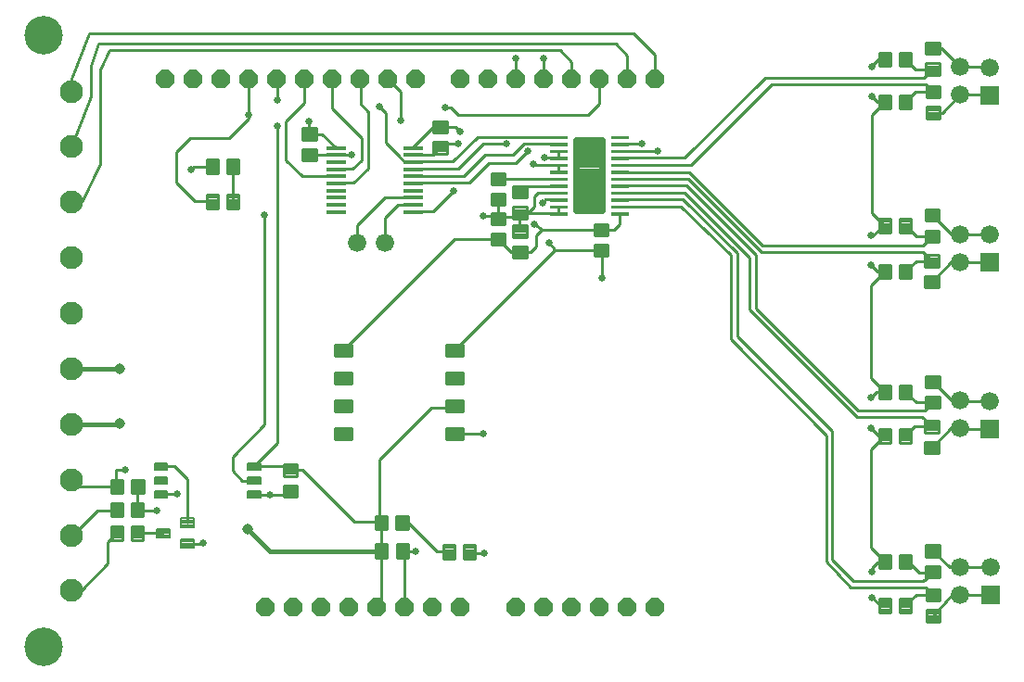
<source format=gtl>
G75*
%MOIN*%
%OFA0B0*%
%FSLAX25Y25*%
%IPPOS*%
%LPD*%
%AMOC8*
5,1,8,0,0,1.08239X$1,22.5*
%
%ADD10C,0.01024*%
%ADD11C,0.00236*%
%ADD12C,0.02362*%
%ADD13C,0.06600*%
%ADD14C,0.00945*%
%ADD15C,0.00630*%
%ADD16C,0.00787*%
%ADD17R,0.06600X0.06600*%
%ADD18C,0.08268*%
%ADD19C,0.13843*%
%ADD20OC8,0.06600*%
%ADD21C,0.01000*%
%ADD22C,0.02578*%
%ADD23C,0.01600*%
%ADD24C,0.03839*%
D10*
X0081429Y0080770D02*
X0085523Y0080770D01*
X0081429Y0080770D02*
X0081429Y0085652D01*
X0085523Y0085652D01*
X0085523Y0080770D01*
X0085523Y0081793D02*
X0081429Y0081793D01*
X0081429Y0082816D02*
X0085523Y0082816D01*
X0085523Y0083839D02*
X0081429Y0083839D01*
X0081429Y0084862D02*
X0085523Y0084862D01*
X0088910Y0080770D02*
X0093004Y0080770D01*
X0088910Y0080770D02*
X0088910Y0085652D01*
X0093004Y0085652D01*
X0093004Y0080770D01*
X0093004Y0081793D02*
X0088910Y0081793D01*
X0088910Y0082816D02*
X0093004Y0082816D01*
X0093004Y0083839D02*
X0088910Y0083839D01*
X0088910Y0084862D02*
X0093004Y0084862D01*
X0093004Y0089155D02*
X0088910Y0089155D01*
X0088910Y0094037D01*
X0093004Y0094037D01*
X0093004Y0089155D01*
X0093004Y0090178D02*
X0088910Y0090178D01*
X0088910Y0091201D02*
X0093004Y0091201D01*
X0093004Y0092224D02*
X0088910Y0092224D01*
X0088910Y0093247D02*
X0093004Y0093247D01*
X0093043Y0102443D02*
X0088949Y0102443D01*
X0093043Y0102443D02*
X0093043Y0097561D01*
X0088949Y0097561D01*
X0088949Y0102443D01*
X0088949Y0098584D02*
X0093043Y0098584D01*
X0093043Y0099607D02*
X0088949Y0099607D01*
X0088949Y0100630D02*
X0093043Y0100630D01*
X0093043Y0101653D02*
X0088949Y0101653D01*
X0085563Y0102443D02*
X0081469Y0102443D01*
X0085563Y0102443D02*
X0085563Y0097561D01*
X0081469Y0097561D01*
X0081469Y0102443D01*
X0081469Y0098584D02*
X0085563Y0098584D01*
X0085563Y0099607D02*
X0081469Y0099607D01*
X0081469Y0100630D02*
X0085563Y0100630D01*
X0085563Y0101653D02*
X0081469Y0101653D01*
X0081429Y0089155D02*
X0085523Y0089155D01*
X0081429Y0089155D02*
X0081429Y0094037D01*
X0085523Y0094037D01*
X0085523Y0089155D01*
X0085523Y0090178D02*
X0081429Y0090178D01*
X0081429Y0091201D02*
X0085523Y0091201D01*
X0085523Y0092224D02*
X0081429Y0092224D01*
X0081429Y0093247D02*
X0085523Y0093247D01*
X0143457Y0096282D02*
X0143457Y0100376D01*
X0148339Y0100376D01*
X0148339Y0096282D01*
X0143457Y0096282D01*
X0143457Y0097305D02*
X0148339Y0097305D01*
X0148339Y0098328D02*
X0143457Y0098328D01*
X0143457Y0099351D02*
X0148339Y0099351D01*
X0148339Y0100374D02*
X0143457Y0100374D01*
X0143457Y0103762D02*
X0143457Y0107856D01*
X0148339Y0107856D01*
X0148339Y0103762D01*
X0143457Y0103762D01*
X0143457Y0104785D02*
X0148339Y0104785D01*
X0148339Y0105808D02*
X0143457Y0105808D01*
X0143457Y0106831D02*
X0148339Y0106831D01*
X0148339Y0107854D02*
X0143457Y0107854D01*
X0176547Y0084510D02*
X0180641Y0084510D01*
X0176547Y0084510D02*
X0176547Y0089392D01*
X0180641Y0089392D01*
X0180641Y0084510D01*
X0180641Y0085533D02*
X0176547Y0085533D01*
X0176547Y0086556D02*
X0180641Y0086556D01*
X0180641Y0087579D02*
X0176547Y0087579D01*
X0176547Y0088602D02*
X0180641Y0088602D01*
X0184028Y0084510D02*
X0188122Y0084510D01*
X0184028Y0084510D02*
X0184028Y0089392D01*
X0188122Y0089392D01*
X0188122Y0084510D01*
X0188122Y0085533D02*
X0184028Y0085533D01*
X0184028Y0086556D02*
X0188122Y0086556D01*
X0188122Y0087579D02*
X0184028Y0087579D01*
X0184028Y0088602D02*
X0188122Y0088602D01*
X0188141Y0074254D02*
X0184047Y0074254D01*
X0184047Y0079136D01*
X0188141Y0079136D01*
X0188141Y0074254D01*
X0188141Y0075277D02*
X0184047Y0075277D01*
X0184047Y0076300D02*
X0188141Y0076300D01*
X0188141Y0077323D02*
X0184047Y0077323D01*
X0184047Y0078346D02*
X0188141Y0078346D01*
X0180661Y0074254D02*
X0176567Y0074254D01*
X0176567Y0079136D01*
X0180661Y0079136D01*
X0180661Y0074254D01*
X0180661Y0075277D02*
X0176567Y0075277D01*
X0176567Y0076300D02*
X0180661Y0076300D01*
X0180661Y0077323D02*
X0176567Y0077323D01*
X0176567Y0078346D02*
X0180661Y0078346D01*
X0200740Y0074037D02*
X0204834Y0074037D01*
X0200740Y0074037D02*
X0200740Y0078919D01*
X0204834Y0078919D01*
X0204834Y0074037D01*
X0204834Y0075060D02*
X0200740Y0075060D01*
X0200740Y0076083D02*
X0204834Y0076083D01*
X0204834Y0077106D02*
X0200740Y0077106D01*
X0200740Y0078129D02*
X0204834Y0078129D01*
X0208221Y0074037D02*
X0212315Y0074037D01*
X0208221Y0074037D02*
X0208221Y0078919D01*
X0212315Y0078919D01*
X0212315Y0074037D01*
X0212315Y0075060D02*
X0208221Y0075060D01*
X0208221Y0076083D02*
X0212315Y0076083D01*
X0212315Y0077106D02*
X0208221Y0077106D01*
X0208221Y0078129D02*
X0212315Y0078129D01*
X0357433Y0070494D02*
X0361527Y0070494D01*
X0357433Y0070494D02*
X0357433Y0075376D01*
X0361527Y0075376D01*
X0361527Y0070494D01*
X0361527Y0071517D02*
X0357433Y0071517D01*
X0357433Y0072540D02*
X0361527Y0072540D01*
X0361527Y0073563D02*
X0357433Y0073563D01*
X0357433Y0074586D02*
X0361527Y0074586D01*
X0364914Y0070494D02*
X0369008Y0070494D01*
X0364914Y0070494D02*
X0364914Y0075376D01*
X0369008Y0075376D01*
X0369008Y0070494D01*
X0369008Y0071517D02*
X0364914Y0071517D01*
X0364914Y0072540D02*
X0369008Y0072540D01*
X0369008Y0073563D02*
X0364914Y0073563D01*
X0364914Y0074586D02*
X0369008Y0074586D01*
X0379205Y0074687D02*
X0379205Y0078781D01*
X0379205Y0074687D02*
X0374323Y0074687D01*
X0374323Y0078781D01*
X0379205Y0078781D01*
X0379205Y0075710D02*
X0374323Y0075710D01*
X0374323Y0076733D02*
X0379205Y0076733D01*
X0379205Y0077756D02*
X0374323Y0077756D01*
X0374323Y0078779D02*
X0379205Y0078779D01*
X0379205Y0071301D02*
X0379205Y0067207D01*
X0374323Y0067207D01*
X0374323Y0071301D01*
X0379205Y0071301D01*
X0379205Y0068230D02*
X0374323Y0068230D01*
X0374323Y0069253D02*
X0379205Y0069253D01*
X0379205Y0070276D02*
X0374323Y0070276D01*
X0374323Y0071299D02*
X0379205Y0071299D01*
X0374402Y0062974D02*
X0374402Y0058880D01*
X0374402Y0062974D02*
X0379284Y0062974D01*
X0379284Y0058880D01*
X0374402Y0058880D01*
X0374402Y0059903D02*
X0379284Y0059903D01*
X0379284Y0060926D02*
X0374402Y0060926D01*
X0374402Y0061949D02*
X0379284Y0061949D01*
X0379284Y0062972D02*
X0374402Y0062972D01*
X0369008Y0059628D02*
X0364914Y0059628D01*
X0369008Y0059628D02*
X0369008Y0054746D01*
X0364914Y0054746D01*
X0364914Y0059628D01*
X0364914Y0055769D02*
X0369008Y0055769D01*
X0369008Y0056792D02*
X0364914Y0056792D01*
X0364914Y0057815D02*
X0369008Y0057815D01*
X0369008Y0058838D02*
X0364914Y0058838D01*
X0361527Y0059628D02*
X0357433Y0059628D01*
X0361527Y0059628D02*
X0361527Y0054746D01*
X0357433Y0054746D01*
X0357433Y0059628D01*
X0357433Y0055769D02*
X0361527Y0055769D01*
X0361527Y0056792D02*
X0357433Y0056792D01*
X0357433Y0057815D02*
X0361527Y0057815D01*
X0361527Y0058838D02*
X0357433Y0058838D01*
X0374402Y0055494D02*
X0374402Y0051400D01*
X0374402Y0055494D02*
X0379284Y0055494D01*
X0379284Y0051400D01*
X0374402Y0051400D01*
X0374402Y0052423D02*
X0379284Y0052423D01*
X0379284Y0053446D02*
X0374402Y0053446D01*
X0374402Y0054469D02*
X0379284Y0054469D01*
X0379284Y0055492D02*
X0374402Y0055492D01*
X0374008Y0111951D02*
X0374008Y0116045D01*
X0378890Y0116045D01*
X0378890Y0111951D01*
X0374008Y0111951D01*
X0374008Y0112974D02*
X0378890Y0112974D01*
X0378890Y0113997D02*
X0374008Y0113997D01*
X0374008Y0115020D02*
X0378890Y0115020D01*
X0378890Y0116043D02*
X0374008Y0116043D01*
X0374008Y0119431D02*
X0374008Y0123525D01*
X0378890Y0123525D01*
X0378890Y0119431D01*
X0374008Y0119431D01*
X0374008Y0120454D02*
X0378890Y0120454D01*
X0378890Y0121477D02*
X0374008Y0121477D01*
X0374008Y0122500D02*
X0378890Y0122500D01*
X0378890Y0123523D02*
X0374008Y0123523D01*
X0379205Y0128172D02*
X0379205Y0132266D01*
X0379205Y0128172D02*
X0374323Y0128172D01*
X0374323Y0132266D01*
X0379205Y0132266D01*
X0379205Y0129195D02*
X0374323Y0129195D01*
X0374323Y0130218D02*
X0379205Y0130218D01*
X0379205Y0131241D02*
X0374323Y0131241D01*
X0374323Y0132264D02*
X0379205Y0132264D01*
X0379205Y0135652D02*
X0379205Y0139746D01*
X0379205Y0135652D02*
X0374323Y0135652D01*
X0374323Y0139746D01*
X0379205Y0139746D01*
X0379205Y0136675D02*
X0374323Y0136675D01*
X0374323Y0137698D02*
X0379205Y0137698D01*
X0379205Y0138721D02*
X0374323Y0138721D01*
X0374323Y0139744D02*
X0379205Y0139744D01*
X0369008Y0131518D02*
X0364914Y0131518D01*
X0364914Y0136400D01*
X0369008Y0136400D01*
X0369008Y0131518D01*
X0369008Y0132541D02*
X0364914Y0132541D01*
X0364914Y0133564D02*
X0369008Y0133564D01*
X0369008Y0134587D02*
X0364914Y0134587D01*
X0364914Y0135610D02*
X0369008Y0135610D01*
X0361527Y0131518D02*
X0357433Y0131518D01*
X0357433Y0136400D01*
X0361527Y0136400D01*
X0361527Y0131518D01*
X0361527Y0132541D02*
X0357433Y0132541D01*
X0357433Y0133564D02*
X0361527Y0133564D01*
X0361527Y0134587D02*
X0357433Y0134587D01*
X0357433Y0135610D02*
X0361527Y0135610D01*
X0361527Y0120652D02*
X0357433Y0120652D01*
X0361527Y0120652D02*
X0361527Y0115770D01*
X0357433Y0115770D01*
X0357433Y0120652D01*
X0357433Y0116793D02*
X0361527Y0116793D01*
X0361527Y0117816D02*
X0357433Y0117816D01*
X0357433Y0118839D02*
X0361527Y0118839D01*
X0361527Y0119862D02*
X0357433Y0119862D01*
X0364914Y0120652D02*
X0369008Y0120652D01*
X0369008Y0115770D01*
X0364914Y0115770D01*
X0364914Y0120652D01*
X0364914Y0116793D02*
X0369008Y0116793D01*
X0369008Y0117816D02*
X0364914Y0117816D01*
X0364914Y0118839D02*
X0369008Y0118839D01*
X0369008Y0119862D02*
X0364914Y0119862D01*
X0374008Y0171557D02*
X0374008Y0175651D01*
X0378890Y0175651D01*
X0378890Y0171557D01*
X0374008Y0171557D01*
X0374008Y0172580D02*
X0378890Y0172580D01*
X0378890Y0173603D02*
X0374008Y0173603D01*
X0374008Y0174626D02*
X0378890Y0174626D01*
X0378890Y0175649D02*
X0374008Y0175649D01*
X0374008Y0179038D02*
X0374008Y0183132D01*
X0378890Y0183132D01*
X0378890Y0179038D01*
X0374008Y0179038D01*
X0374008Y0180061D02*
X0378890Y0180061D01*
X0378890Y0181084D02*
X0374008Y0181084D01*
X0374008Y0182107D02*
X0378890Y0182107D01*
X0378890Y0183130D02*
X0374008Y0183130D01*
X0379008Y0187994D02*
X0379008Y0192088D01*
X0379008Y0187994D02*
X0374126Y0187994D01*
X0374126Y0192088D01*
X0379008Y0192088D01*
X0379008Y0189017D02*
X0374126Y0189017D01*
X0374126Y0190040D02*
X0379008Y0190040D01*
X0379008Y0191063D02*
X0374126Y0191063D01*
X0374126Y0192086D02*
X0379008Y0192086D01*
X0379008Y0195475D02*
X0379008Y0199569D01*
X0379008Y0195475D02*
X0374126Y0195475D01*
X0374126Y0199569D01*
X0379008Y0199569D01*
X0379008Y0196498D02*
X0374126Y0196498D01*
X0374126Y0197521D02*
X0379008Y0197521D01*
X0379008Y0198544D02*
X0374126Y0198544D01*
X0374126Y0199567D02*
X0379008Y0199567D01*
X0369008Y0191360D02*
X0364914Y0191360D01*
X0364914Y0196242D01*
X0369008Y0196242D01*
X0369008Y0191360D01*
X0369008Y0192383D02*
X0364914Y0192383D01*
X0364914Y0193406D02*
X0369008Y0193406D01*
X0369008Y0194429D02*
X0364914Y0194429D01*
X0364914Y0195452D02*
X0369008Y0195452D01*
X0361527Y0191360D02*
X0357433Y0191360D01*
X0357433Y0196242D01*
X0361527Y0196242D01*
X0361527Y0191360D01*
X0361527Y0192383D02*
X0357433Y0192383D01*
X0357433Y0193406D02*
X0361527Y0193406D01*
X0361527Y0194429D02*
X0357433Y0194429D01*
X0357433Y0195452D02*
X0361527Y0195452D01*
X0361527Y0179707D02*
X0357433Y0179707D01*
X0361527Y0179707D02*
X0361527Y0174825D01*
X0357433Y0174825D01*
X0357433Y0179707D01*
X0357433Y0175848D02*
X0361527Y0175848D01*
X0361527Y0176871D02*
X0357433Y0176871D01*
X0357433Y0177894D02*
X0361527Y0177894D01*
X0361527Y0178917D02*
X0357433Y0178917D01*
X0364914Y0179707D02*
X0369008Y0179707D01*
X0369008Y0174825D01*
X0364914Y0174825D01*
X0364914Y0179707D01*
X0364914Y0175848D02*
X0369008Y0175848D01*
X0369008Y0176871D02*
X0364914Y0176871D01*
X0364914Y0177894D02*
X0369008Y0177894D01*
X0369008Y0178917D02*
X0364914Y0178917D01*
X0374402Y0232384D02*
X0374402Y0236478D01*
X0379284Y0236478D01*
X0379284Y0232384D01*
X0374402Y0232384D01*
X0374402Y0233407D02*
X0379284Y0233407D01*
X0379284Y0234430D02*
X0374402Y0234430D01*
X0374402Y0235453D02*
X0379284Y0235453D01*
X0379284Y0236476D02*
X0374402Y0236476D01*
X0374402Y0239864D02*
X0374402Y0243958D01*
X0379284Y0243958D01*
X0379284Y0239864D01*
X0374402Y0239864D01*
X0374402Y0240887D02*
X0379284Y0240887D01*
X0379284Y0241910D02*
X0374402Y0241910D01*
X0374402Y0242933D02*
X0379284Y0242933D01*
X0379284Y0243956D02*
X0374402Y0243956D01*
X0379205Y0248034D02*
X0379205Y0252128D01*
X0379205Y0248034D02*
X0374323Y0248034D01*
X0374323Y0252128D01*
X0379205Y0252128D01*
X0379205Y0249057D02*
X0374323Y0249057D01*
X0374323Y0250080D02*
X0379205Y0250080D01*
X0379205Y0251103D02*
X0374323Y0251103D01*
X0374323Y0252126D02*
X0379205Y0252126D01*
X0379205Y0255514D02*
X0379205Y0259608D01*
X0379205Y0255514D02*
X0374323Y0255514D01*
X0374323Y0259608D01*
X0379205Y0259608D01*
X0379205Y0256537D02*
X0374323Y0256537D01*
X0374323Y0257560D02*
X0379205Y0257560D01*
X0379205Y0258583D02*
X0374323Y0258583D01*
X0374323Y0259606D02*
X0379205Y0259606D01*
X0369008Y0251203D02*
X0364914Y0251203D01*
X0364914Y0256085D01*
X0369008Y0256085D01*
X0369008Y0251203D01*
X0369008Y0252226D02*
X0364914Y0252226D01*
X0364914Y0253249D02*
X0369008Y0253249D01*
X0369008Y0254272D02*
X0364914Y0254272D01*
X0364914Y0255295D02*
X0369008Y0255295D01*
X0361527Y0251203D02*
X0357433Y0251203D01*
X0357433Y0256085D01*
X0361527Y0256085D01*
X0361527Y0251203D01*
X0361527Y0252226D02*
X0357433Y0252226D01*
X0357433Y0253249D02*
X0361527Y0253249D01*
X0361527Y0254272D02*
X0357433Y0254272D01*
X0357433Y0255295D02*
X0361527Y0255295D01*
X0361527Y0240730D02*
X0357433Y0240730D01*
X0361527Y0240730D02*
X0361527Y0235848D01*
X0357433Y0235848D01*
X0357433Y0240730D01*
X0357433Y0236871D02*
X0361527Y0236871D01*
X0361527Y0237894D02*
X0357433Y0237894D01*
X0357433Y0238917D02*
X0361527Y0238917D01*
X0361527Y0239940D02*
X0357433Y0239940D01*
X0364914Y0240730D02*
X0369008Y0240730D01*
X0369008Y0235848D01*
X0364914Y0235848D01*
X0364914Y0240730D01*
X0364914Y0236871D02*
X0369008Y0236871D01*
X0369008Y0237894D02*
X0364914Y0237894D01*
X0364914Y0238917D02*
X0369008Y0238917D01*
X0369008Y0239940D02*
X0364914Y0239940D01*
X0259933Y0194391D02*
X0259933Y0190297D01*
X0255051Y0190297D01*
X0255051Y0194391D01*
X0259933Y0194391D01*
X0259933Y0191320D02*
X0255051Y0191320D01*
X0255051Y0192343D02*
X0259933Y0192343D01*
X0259933Y0193366D02*
X0255051Y0193366D01*
X0255051Y0194389D02*
X0259933Y0194389D01*
X0259933Y0186911D02*
X0259933Y0182817D01*
X0255051Y0182817D01*
X0255051Y0186911D01*
X0259933Y0186911D01*
X0259933Y0183840D02*
X0255051Y0183840D01*
X0255051Y0184863D02*
X0259933Y0184863D01*
X0259933Y0185886D02*
X0255051Y0185886D01*
X0255051Y0186909D02*
X0259933Y0186909D01*
X0225957Y0186360D02*
X0225957Y0182266D01*
X0225957Y0186360D02*
X0230839Y0186360D01*
X0230839Y0182266D01*
X0225957Y0182266D01*
X0225957Y0183289D02*
X0230839Y0183289D01*
X0230839Y0184312D02*
X0225957Y0184312D01*
X0225957Y0185335D02*
X0230839Y0185335D01*
X0230839Y0186358D02*
X0225957Y0186358D01*
X0225957Y0189746D02*
X0225957Y0193840D01*
X0230839Y0193840D01*
X0230839Y0189746D01*
X0225957Y0189746D01*
X0225957Y0190769D02*
X0230839Y0190769D01*
X0230839Y0191792D02*
X0225957Y0191792D01*
X0225957Y0192815D02*
X0230839Y0192815D01*
X0230839Y0193838D02*
X0225957Y0193838D01*
X0222925Y0194313D02*
X0222925Y0198407D01*
X0222925Y0194313D02*
X0218043Y0194313D01*
X0218043Y0198407D01*
X0222925Y0198407D01*
X0222925Y0195336D02*
X0218043Y0195336D01*
X0218043Y0196359D02*
X0222925Y0196359D01*
X0222925Y0197382D02*
X0218043Y0197382D01*
X0218043Y0198405D02*
X0222925Y0198405D01*
X0222925Y0201164D02*
X0222925Y0205258D01*
X0222925Y0201164D02*
X0218043Y0201164D01*
X0218043Y0205258D01*
X0222925Y0205258D01*
X0222925Y0202187D02*
X0218043Y0202187D01*
X0218043Y0203210D02*
X0222925Y0203210D01*
X0222925Y0204233D02*
X0218043Y0204233D01*
X0218043Y0205256D02*
X0222925Y0205256D01*
X0230799Y0203841D02*
X0230799Y0207935D01*
X0230799Y0203841D02*
X0225917Y0203841D01*
X0225917Y0207935D01*
X0230799Y0207935D01*
X0230799Y0204864D02*
X0225917Y0204864D01*
X0225917Y0205887D02*
X0230799Y0205887D01*
X0230799Y0206910D02*
X0225917Y0206910D01*
X0225917Y0207933D02*
X0230799Y0207933D01*
X0222925Y0208644D02*
X0222925Y0212738D01*
X0222925Y0208644D02*
X0218043Y0208644D01*
X0218043Y0212738D01*
X0222925Y0212738D01*
X0222925Y0209667D02*
X0218043Y0209667D01*
X0218043Y0210690D02*
X0222925Y0210690D01*
X0222925Y0211713D02*
X0218043Y0211713D01*
X0218043Y0212736D02*
X0222925Y0212736D01*
X0230799Y0200454D02*
X0230799Y0196360D01*
X0225917Y0196360D01*
X0225917Y0200454D01*
X0230799Y0200454D01*
X0230799Y0197383D02*
X0225917Y0197383D01*
X0225917Y0198406D02*
X0230799Y0198406D01*
X0230799Y0199429D02*
X0225917Y0199429D01*
X0225917Y0200452D02*
X0230799Y0200452D01*
X0222925Y0190927D02*
X0222925Y0186833D01*
X0218043Y0186833D01*
X0218043Y0190927D01*
X0222925Y0190927D01*
X0222925Y0187856D02*
X0218043Y0187856D01*
X0218043Y0188879D02*
X0222925Y0188879D01*
X0222925Y0189902D02*
X0218043Y0189902D01*
X0218043Y0190925D02*
X0222925Y0190925D01*
X0197236Y0219766D02*
X0197236Y0223860D01*
X0202118Y0223860D01*
X0202118Y0219766D01*
X0197236Y0219766D01*
X0197236Y0220789D02*
X0202118Y0220789D01*
X0202118Y0221812D02*
X0197236Y0221812D01*
X0197236Y0222835D02*
X0202118Y0222835D01*
X0202118Y0223858D02*
X0197236Y0223858D01*
X0197236Y0227246D02*
X0197236Y0231340D01*
X0202118Y0231340D01*
X0202118Y0227246D01*
X0197236Y0227246D01*
X0197236Y0228269D02*
X0202118Y0228269D01*
X0202118Y0229292D02*
X0197236Y0229292D01*
X0197236Y0230315D02*
X0202118Y0230315D01*
X0202118Y0231338D02*
X0197236Y0231338D01*
X0155189Y0228781D02*
X0155189Y0224687D01*
X0150307Y0224687D01*
X0150307Y0228781D01*
X0155189Y0228781D01*
X0155189Y0225710D02*
X0150307Y0225710D01*
X0150307Y0226733D02*
X0155189Y0226733D01*
X0155189Y0227756D02*
X0150307Y0227756D01*
X0150307Y0228779D02*
X0155189Y0228779D01*
X0155189Y0221301D02*
X0155189Y0217207D01*
X0150307Y0217207D01*
X0150307Y0221301D01*
X0155189Y0221301D01*
X0155189Y0218230D02*
X0150307Y0218230D01*
X0150307Y0219253D02*
X0155189Y0219253D01*
X0155189Y0220276D02*
X0150307Y0220276D01*
X0150307Y0221299D02*
X0155189Y0221299D01*
X0127275Y0212620D02*
X0123181Y0212620D01*
X0123181Y0217502D01*
X0127275Y0217502D01*
X0127275Y0212620D01*
X0127275Y0213643D02*
X0123181Y0213643D01*
X0123181Y0214666D02*
X0127275Y0214666D01*
X0127275Y0215689D02*
X0123181Y0215689D01*
X0123181Y0216712D02*
X0127275Y0216712D01*
X0119795Y0212620D02*
X0115701Y0212620D01*
X0115701Y0217502D01*
X0119795Y0217502D01*
X0119795Y0212620D01*
X0119795Y0213643D02*
X0115701Y0213643D01*
X0115701Y0214666D02*
X0119795Y0214666D01*
X0119795Y0215689D02*
X0115701Y0215689D01*
X0115701Y0216712D02*
X0119795Y0216712D01*
X0119795Y0200022D02*
X0115701Y0200022D01*
X0115701Y0204904D01*
X0119795Y0204904D01*
X0119795Y0200022D01*
X0119795Y0201045D02*
X0115701Y0201045D01*
X0115701Y0202068D02*
X0119795Y0202068D01*
X0119795Y0203091D02*
X0115701Y0203091D01*
X0115701Y0204114D02*
X0119795Y0204114D01*
X0123181Y0200022D02*
X0127275Y0200022D01*
X0123181Y0200022D02*
X0123181Y0204904D01*
X0127275Y0204904D01*
X0127275Y0200022D01*
X0127275Y0201045D02*
X0123181Y0201045D01*
X0123181Y0202068D02*
X0127275Y0202068D01*
X0127275Y0203091D02*
X0123181Y0203091D01*
X0123181Y0204114D02*
X0127275Y0204114D01*
D11*
X0165425Y0204470D02*
X0165425Y0203526D01*
X0158771Y0203526D01*
X0158771Y0204470D01*
X0165425Y0204470D01*
X0165425Y0203761D02*
X0158771Y0203761D01*
X0158771Y0203996D02*
X0165425Y0203996D01*
X0165425Y0204231D02*
X0158771Y0204231D01*
X0158771Y0204466D02*
X0165425Y0204466D01*
X0165425Y0206085D02*
X0165425Y0207029D01*
X0165425Y0206085D02*
X0158771Y0206085D01*
X0158771Y0207029D01*
X0165425Y0207029D01*
X0165425Y0206320D02*
X0158771Y0206320D01*
X0158771Y0206555D02*
X0165425Y0206555D01*
X0165425Y0206790D02*
X0158771Y0206790D01*
X0158771Y0207025D02*
X0165425Y0207025D01*
X0165425Y0208644D02*
X0165425Y0209588D01*
X0165425Y0208644D02*
X0158771Y0208644D01*
X0158771Y0209588D01*
X0165425Y0209588D01*
X0165425Y0208879D02*
X0158771Y0208879D01*
X0158771Y0209114D02*
X0165425Y0209114D01*
X0165425Y0209349D02*
X0158771Y0209349D01*
X0158771Y0209584D02*
X0165425Y0209584D01*
X0165425Y0211203D02*
X0165425Y0212147D01*
X0165425Y0211203D02*
X0158771Y0211203D01*
X0158771Y0212147D01*
X0165425Y0212147D01*
X0165425Y0211438D02*
X0158771Y0211438D01*
X0158771Y0211673D02*
X0165425Y0211673D01*
X0165425Y0211908D02*
X0158771Y0211908D01*
X0158771Y0212143D02*
X0165425Y0212143D01*
X0165425Y0213762D02*
X0165425Y0214706D01*
X0165425Y0213762D02*
X0158771Y0213762D01*
X0158771Y0214706D01*
X0165425Y0214706D01*
X0165425Y0213997D02*
X0158771Y0213997D01*
X0158771Y0214232D02*
X0165425Y0214232D01*
X0165425Y0214467D02*
X0158771Y0214467D01*
X0158771Y0214702D02*
X0165425Y0214702D01*
X0165425Y0216321D02*
X0165425Y0217265D01*
X0165425Y0216321D02*
X0158771Y0216321D01*
X0158771Y0217265D01*
X0165425Y0217265D01*
X0165425Y0216556D02*
X0158771Y0216556D01*
X0158771Y0216791D02*
X0165425Y0216791D01*
X0165425Y0217026D02*
X0158771Y0217026D01*
X0158771Y0217261D02*
X0165425Y0217261D01*
X0165425Y0218880D02*
X0165425Y0219824D01*
X0165425Y0218880D02*
X0158771Y0218880D01*
X0158771Y0219824D01*
X0165425Y0219824D01*
X0165425Y0219115D02*
X0158771Y0219115D01*
X0158771Y0219350D02*
X0165425Y0219350D01*
X0165425Y0219585D02*
X0158771Y0219585D01*
X0158771Y0219820D02*
X0165425Y0219820D01*
X0165425Y0221439D02*
X0165425Y0222383D01*
X0165425Y0221439D02*
X0158771Y0221439D01*
X0158771Y0222383D01*
X0165425Y0222383D01*
X0165425Y0221674D02*
X0158771Y0221674D01*
X0158771Y0221909D02*
X0165425Y0221909D01*
X0165425Y0222144D02*
X0158771Y0222144D01*
X0158771Y0222379D02*
X0165425Y0222379D01*
X0193181Y0222383D02*
X0193181Y0221439D01*
X0186527Y0221439D01*
X0186527Y0222383D01*
X0193181Y0222383D01*
X0193181Y0221674D02*
X0186527Y0221674D01*
X0186527Y0221909D02*
X0193181Y0221909D01*
X0193181Y0222144D02*
X0186527Y0222144D01*
X0186527Y0222379D02*
X0193181Y0222379D01*
X0193181Y0219824D02*
X0193181Y0218880D01*
X0186527Y0218880D01*
X0186527Y0219824D01*
X0193181Y0219824D01*
X0193181Y0219115D02*
X0186527Y0219115D01*
X0186527Y0219350D02*
X0193181Y0219350D01*
X0193181Y0219585D02*
X0186527Y0219585D01*
X0186527Y0219820D02*
X0193181Y0219820D01*
X0193181Y0217265D02*
X0193181Y0216321D01*
X0186527Y0216321D01*
X0186527Y0217265D01*
X0193181Y0217265D01*
X0193181Y0216556D02*
X0186527Y0216556D01*
X0186527Y0216791D02*
X0193181Y0216791D01*
X0193181Y0217026D02*
X0186527Y0217026D01*
X0186527Y0217261D02*
X0193181Y0217261D01*
X0193181Y0214706D02*
X0193181Y0213762D01*
X0186527Y0213762D01*
X0186527Y0214706D01*
X0193181Y0214706D01*
X0193181Y0213997D02*
X0186527Y0213997D01*
X0186527Y0214232D02*
X0193181Y0214232D01*
X0193181Y0214467D02*
X0186527Y0214467D01*
X0186527Y0214702D02*
X0193181Y0214702D01*
X0193181Y0212147D02*
X0193181Y0211203D01*
X0186527Y0211203D01*
X0186527Y0212147D01*
X0193181Y0212147D01*
X0193181Y0211438D02*
X0186527Y0211438D01*
X0186527Y0211673D02*
X0193181Y0211673D01*
X0193181Y0211908D02*
X0186527Y0211908D01*
X0186527Y0212143D02*
X0193181Y0212143D01*
X0193181Y0209588D02*
X0193181Y0208644D01*
X0186527Y0208644D01*
X0186527Y0209588D01*
X0193181Y0209588D01*
X0193181Y0208879D02*
X0186527Y0208879D01*
X0186527Y0209114D02*
X0193181Y0209114D01*
X0193181Y0209349D02*
X0186527Y0209349D01*
X0186527Y0209584D02*
X0193181Y0209584D01*
X0193181Y0207029D02*
X0193181Y0206085D01*
X0186527Y0206085D01*
X0186527Y0207029D01*
X0193181Y0207029D01*
X0193181Y0206320D02*
X0186527Y0206320D01*
X0186527Y0206555D02*
X0193181Y0206555D01*
X0193181Y0206790D02*
X0186527Y0206790D01*
X0186527Y0207025D02*
X0193181Y0207025D01*
X0193181Y0204470D02*
X0193181Y0203526D01*
X0186527Y0203526D01*
X0186527Y0204470D01*
X0193181Y0204470D01*
X0193181Y0203761D02*
X0186527Y0203761D01*
X0186527Y0203996D02*
X0193181Y0203996D01*
X0193181Y0204231D02*
X0186527Y0204231D01*
X0186527Y0204466D02*
X0193181Y0204466D01*
X0193181Y0201911D02*
X0193181Y0200967D01*
X0186527Y0200967D01*
X0186527Y0201911D01*
X0193181Y0201911D01*
X0193181Y0201202D02*
X0186527Y0201202D01*
X0186527Y0201437D02*
X0193181Y0201437D01*
X0193181Y0201672D02*
X0186527Y0201672D01*
X0186527Y0201907D02*
X0193181Y0201907D01*
X0193181Y0199352D02*
X0193181Y0198408D01*
X0186527Y0198408D01*
X0186527Y0199352D01*
X0193181Y0199352D01*
X0193181Y0198643D02*
X0186527Y0198643D01*
X0186527Y0198878D02*
X0193181Y0198878D01*
X0193181Y0199113D02*
X0186527Y0199113D01*
X0186527Y0199348D02*
X0193181Y0199348D01*
X0165425Y0199352D02*
X0165425Y0198408D01*
X0158771Y0198408D01*
X0158771Y0199352D01*
X0165425Y0199352D01*
X0165425Y0198643D02*
X0158771Y0198643D01*
X0158771Y0198878D02*
X0165425Y0198878D01*
X0165425Y0199113D02*
X0158771Y0199113D01*
X0158771Y0199348D02*
X0165425Y0199348D01*
X0165425Y0200967D02*
X0165425Y0201911D01*
X0165425Y0200967D02*
X0158771Y0200967D01*
X0158771Y0201911D01*
X0165425Y0201911D01*
X0165425Y0201202D02*
X0158771Y0201202D01*
X0158771Y0201437D02*
X0165425Y0201437D01*
X0165425Y0201672D02*
X0158771Y0201672D01*
X0158771Y0201907D02*
X0165425Y0201907D01*
X0239185Y0202650D02*
X0239185Y0203594D01*
X0245051Y0203594D01*
X0245051Y0202650D01*
X0239185Y0202650D01*
X0239185Y0202885D02*
X0245051Y0202885D01*
X0245051Y0203120D02*
X0239185Y0203120D01*
X0239185Y0203355D02*
X0245051Y0203355D01*
X0245051Y0203590D02*
X0239185Y0203590D01*
X0239185Y0205150D02*
X0239185Y0206094D01*
X0245051Y0206094D01*
X0245051Y0205150D01*
X0239185Y0205150D01*
X0239185Y0205385D02*
X0245051Y0205385D01*
X0245051Y0205620D02*
X0239185Y0205620D01*
X0239185Y0205855D02*
X0245051Y0205855D01*
X0245051Y0206090D02*
X0239185Y0206090D01*
X0239185Y0207650D02*
X0239185Y0208594D01*
X0245051Y0208594D01*
X0245051Y0207650D01*
X0239185Y0207650D01*
X0239185Y0207885D02*
X0245051Y0207885D01*
X0245051Y0208120D02*
X0239185Y0208120D01*
X0239185Y0208355D02*
X0245051Y0208355D01*
X0245051Y0208590D02*
X0239185Y0208590D01*
X0239185Y0210150D02*
X0239185Y0211094D01*
X0245051Y0211094D01*
X0245051Y0210150D01*
X0239185Y0210150D01*
X0239185Y0210385D02*
X0245051Y0210385D01*
X0245051Y0210620D02*
X0239185Y0210620D01*
X0239185Y0210855D02*
X0245051Y0210855D01*
X0245051Y0211090D02*
X0239185Y0211090D01*
X0239185Y0212650D02*
X0239185Y0213594D01*
X0245051Y0213594D01*
X0245051Y0212650D01*
X0239185Y0212650D01*
X0239185Y0212885D02*
X0245051Y0212885D01*
X0245051Y0213120D02*
X0239185Y0213120D01*
X0239185Y0213355D02*
X0245051Y0213355D01*
X0245051Y0213590D02*
X0239185Y0213590D01*
X0239185Y0215150D02*
X0239185Y0216094D01*
X0245051Y0216094D01*
X0245051Y0215150D01*
X0239185Y0215150D01*
X0239185Y0215385D02*
X0245051Y0215385D01*
X0245051Y0215620D02*
X0239185Y0215620D01*
X0239185Y0215855D02*
X0245051Y0215855D01*
X0245051Y0216090D02*
X0239185Y0216090D01*
X0239185Y0217650D02*
X0239185Y0218594D01*
X0245051Y0218594D01*
X0245051Y0217650D01*
X0239185Y0217650D01*
X0239185Y0217885D02*
X0245051Y0217885D01*
X0245051Y0218120D02*
X0239185Y0218120D01*
X0239185Y0218355D02*
X0245051Y0218355D01*
X0245051Y0218590D02*
X0239185Y0218590D01*
X0239185Y0220150D02*
X0239185Y0221094D01*
X0245051Y0221094D01*
X0245051Y0220150D01*
X0239185Y0220150D01*
X0239185Y0220385D02*
X0245051Y0220385D01*
X0245051Y0220620D02*
X0239185Y0220620D01*
X0239185Y0220855D02*
X0245051Y0220855D01*
X0245051Y0221090D02*
X0239185Y0221090D01*
X0239185Y0222650D02*
X0239185Y0223594D01*
X0245051Y0223594D01*
X0245051Y0222650D01*
X0239185Y0222650D01*
X0239185Y0222885D02*
X0245051Y0222885D01*
X0245051Y0223120D02*
X0239185Y0223120D01*
X0239185Y0223355D02*
X0245051Y0223355D01*
X0245051Y0223590D02*
X0239185Y0223590D01*
X0239185Y0225150D02*
X0239185Y0226094D01*
X0245051Y0226094D01*
X0245051Y0225150D01*
X0239185Y0225150D01*
X0239185Y0225385D02*
X0245051Y0225385D01*
X0245051Y0225620D02*
X0239185Y0225620D01*
X0239185Y0225855D02*
X0245051Y0225855D01*
X0245051Y0226090D02*
X0239185Y0226090D01*
X0261232Y0226094D02*
X0261232Y0225150D01*
X0261232Y0226094D02*
X0267098Y0226094D01*
X0267098Y0225150D01*
X0261232Y0225150D01*
X0261232Y0225385D02*
X0267098Y0225385D01*
X0267098Y0225620D02*
X0261232Y0225620D01*
X0261232Y0225855D02*
X0267098Y0225855D01*
X0267098Y0226090D02*
X0261232Y0226090D01*
X0261232Y0223594D02*
X0261232Y0222650D01*
X0261232Y0223594D02*
X0267098Y0223594D01*
X0267098Y0222650D01*
X0261232Y0222650D01*
X0261232Y0222885D02*
X0267098Y0222885D01*
X0267098Y0223120D02*
X0261232Y0223120D01*
X0261232Y0223355D02*
X0267098Y0223355D01*
X0267098Y0223590D02*
X0261232Y0223590D01*
X0261232Y0221094D02*
X0261232Y0220150D01*
X0261232Y0221094D02*
X0267098Y0221094D01*
X0267098Y0220150D01*
X0261232Y0220150D01*
X0261232Y0220385D02*
X0267098Y0220385D01*
X0267098Y0220620D02*
X0261232Y0220620D01*
X0261232Y0220855D02*
X0267098Y0220855D01*
X0267098Y0221090D02*
X0261232Y0221090D01*
X0261232Y0218594D02*
X0261232Y0217650D01*
X0261232Y0218594D02*
X0267098Y0218594D01*
X0267098Y0217650D01*
X0261232Y0217650D01*
X0261232Y0217885D02*
X0267098Y0217885D01*
X0267098Y0218120D02*
X0261232Y0218120D01*
X0261232Y0218355D02*
X0267098Y0218355D01*
X0267098Y0218590D02*
X0261232Y0218590D01*
X0261232Y0216094D02*
X0261232Y0215150D01*
X0261232Y0216094D02*
X0267098Y0216094D01*
X0267098Y0215150D01*
X0261232Y0215150D01*
X0261232Y0215385D02*
X0267098Y0215385D01*
X0267098Y0215620D02*
X0261232Y0215620D01*
X0261232Y0215855D02*
X0267098Y0215855D01*
X0267098Y0216090D02*
X0261232Y0216090D01*
X0261232Y0213594D02*
X0261232Y0212650D01*
X0261232Y0213594D02*
X0267098Y0213594D01*
X0267098Y0212650D01*
X0261232Y0212650D01*
X0261232Y0212885D02*
X0267098Y0212885D01*
X0267098Y0213120D02*
X0261232Y0213120D01*
X0261232Y0213355D02*
X0267098Y0213355D01*
X0267098Y0213590D02*
X0261232Y0213590D01*
X0261232Y0211094D02*
X0261232Y0210150D01*
X0261232Y0211094D02*
X0267098Y0211094D01*
X0267098Y0210150D01*
X0261232Y0210150D01*
X0261232Y0210385D02*
X0267098Y0210385D01*
X0267098Y0210620D02*
X0261232Y0210620D01*
X0261232Y0210855D02*
X0267098Y0210855D01*
X0267098Y0211090D02*
X0261232Y0211090D01*
X0261232Y0208594D02*
X0261232Y0207650D01*
X0261232Y0208594D02*
X0267098Y0208594D01*
X0267098Y0207650D01*
X0261232Y0207650D01*
X0261232Y0207885D02*
X0267098Y0207885D01*
X0267098Y0208120D02*
X0261232Y0208120D01*
X0261232Y0208355D02*
X0267098Y0208355D01*
X0267098Y0208590D02*
X0261232Y0208590D01*
X0261232Y0206094D02*
X0261232Y0205150D01*
X0261232Y0206094D02*
X0267098Y0206094D01*
X0267098Y0205150D01*
X0261232Y0205150D01*
X0261232Y0205385D02*
X0267098Y0205385D01*
X0267098Y0205620D02*
X0261232Y0205620D01*
X0261232Y0205855D02*
X0267098Y0205855D01*
X0267098Y0206090D02*
X0261232Y0206090D01*
X0261232Y0203594D02*
X0261232Y0202650D01*
X0261232Y0203594D02*
X0267098Y0203594D01*
X0267098Y0202650D01*
X0261232Y0202650D01*
X0261232Y0202885D02*
X0267098Y0202885D01*
X0267098Y0203120D02*
X0261232Y0203120D01*
X0261232Y0203355D02*
X0267098Y0203355D01*
X0267098Y0203590D02*
X0261232Y0203590D01*
X0261232Y0201094D02*
X0261232Y0200150D01*
X0261232Y0201094D02*
X0267098Y0201094D01*
X0267098Y0200150D01*
X0261232Y0200150D01*
X0261232Y0200385D02*
X0267098Y0200385D01*
X0267098Y0200620D02*
X0261232Y0200620D01*
X0261232Y0200855D02*
X0267098Y0200855D01*
X0267098Y0201090D02*
X0261232Y0201090D01*
X0261232Y0198594D02*
X0261232Y0197650D01*
X0261232Y0198594D02*
X0267098Y0198594D01*
X0267098Y0197650D01*
X0261232Y0197650D01*
X0261232Y0197885D02*
X0267098Y0197885D01*
X0267098Y0198120D02*
X0261232Y0198120D01*
X0261232Y0198355D02*
X0267098Y0198355D01*
X0267098Y0198590D02*
X0261232Y0198590D01*
X0239185Y0198594D02*
X0239185Y0197650D01*
X0239185Y0198594D02*
X0245051Y0198594D01*
X0245051Y0197650D01*
X0239185Y0197650D01*
X0239185Y0197885D02*
X0245051Y0197885D01*
X0245051Y0198120D02*
X0239185Y0198120D01*
X0239185Y0198355D02*
X0245051Y0198355D01*
X0245051Y0198590D02*
X0239185Y0198590D01*
X0239185Y0200150D02*
X0239185Y0201094D01*
X0245051Y0201094D01*
X0245051Y0200150D01*
X0239185Y0200150D01*
X0239185Y0200385D02*
X0245051Y0200385D01*
X0245051Y0200620D02*
X0239185Y0200620D01*
X0239185Y0200855D02*
X0245051Y0200855D01*
X0245051Y0201090D02*
X0239185Y0201090D01*
D12*
X0248418Y0224470D02*
X0257866Y0224470D01*
X0257866Y0199274D01*
X0248418Y0199274D01*
X0248418Y0224470D01*
X0248418Y0201635D02*
X0257866Y0201635D01*
X0257866Y0203996D02*
X0248418Y0203996D01*
X0248418Y0206357D02*
X0257866Y0206357D01*
X0257866Y0208718D02*
X0248418Y0208718D01*
X0248418Y0211079D02*
X0257866Y0211079D01*
X0257866Y0213440D02*
X0248418Y0213440D01*
X0248418Y0215801D02*
X0257866Y0215801D01*
X0257866Y0218162D02*
X0248418Y0218162D01*
X0248418Y0220523D02*
X0257866Y0220523D01*
X0257866Y0222884D02*
X0248418Y0222884D01*
D13*
X0179697Y0187758D03*
X0169697Y0187758D03*
X0386567Y0190474D03*
X0386567Y0180474D03*
X0397177Y0190494D03*
X0386567Y0240868D03*
X0386567Y0250868D03*
X0397177Y0250671D03*
X0397177Y0130711D03*
X0386646Y0130789D03*
X0386646Y0120789D03*
X0386646Y0070789D03*
X0397571Y0070927D03*
X0386646Y0060789D03*
D14*
X0208024Y0117108D02*
X0208024Y0120888D01*
X0208024Y0117108D02*
X0201882Y0117108D01*
X0201882Y0120888D01*
X0208024Y0120888D01*
X0208024Y0118052D02*
X0201882Y0118052D01*
X0201882Y0118996D02*
X0208024Y0118996D01*
X0208024Y0119940D02*
X0201882Y0119940D01*
X0201882Y0120884D02*
X0208024Y0120884D01*
X0208024Y0127108D02*
X0208024Y0130888D01*
X0208024Y0127108D02*
X0201882Y0127108D01*
X0201882Y0130888D01*
X0208024Y0130888D01*
X0208024Y0128052D02*
X0201882Y0128052D01*
X0201882Y0128996D02*
X0208024Y0128996D01*
X0208024Y0129940D02*
X0201882Y0129940D01*
X0201882Y0130884D02*
X0208024Y0130884D01*
X0208024Y0137108D02*
X0208024Y0140888D01*
X0208024Y0137108D02*
X0201882Y0137108D01*
X0201882Y0140888D01*
X0208024Y0140888D01*
X0208024Y0138052D02*
X0201882Y0138052D01*
X0201882Y0138996D02*
X0208024Y0138996D01*
X0208024Y0139940D02*
X0201882Y0139940D01*
X0201882Y0140884D02*
X0208024Y0140884D01*
X0208024Y0147108D02*
X0208024Y0150888D01*
X0208024Y0147108D02*
X0201882Y0147108D01*
X0201882Y0150888D01*
X0208024Y0150888D01*
X0208024Y0148052D02*
X0201882Y0148052D01*
X0201882Y0148996D02*
X0208024Y0148996D01*
X0208024Y0149940D02*
X0201882Y0149940D01*
X0201882Y0150884D02*
X0208024Y0150884D01*
X0161882Y0150888D02*
X0161882Y0147108D01*
X0161882Y0150888D02*
X0168024Y0150888D01*
X0168024Y0147108D01*
X0161882Y0147108D01*
X0161882Y0148052D02*
X0168024Y0148052D01*
X0168024Y0148996D02*
X0161882Y0148996D01*
X0161882Y0149940D02*
X0168024Y0149940D01*
X0168024Y0150884D02*
X0161882Y0150884D01*
X0161882Y0140888D02*
X0161882Y0137108D01*
X0161882Y0140888D02*
X0168024Y0140888D01*
X0168024Y0137108D01*
X0161882Y0137108D01*
X0161882Y0138052D02*
X0168024Y0138052D01*
X0168024Y0138996D02*
X0161882Y0138996D01*
X0161882Y0139940D02*
X0168024Y0139940D01*
X0168024Y0140884D02*
X0161882Y0140884D01*
X0161882Y0130888D02*
X0161882Y0127108D01*
X0161882Y0130888D02*
X0168024Y0130888D01*
X0168024Y0127108D01*
X0161882Y0127108D01*
X0161882Y0128052D02*
X0168024Y0128052D01*
X0168024Y0128996D02*
X0161882Y0128996D01*
X0161882Y0129940D02*
X0168024Y0129940D01*
X0168024Y0130884D02*
X0161882Y0130884D01*
X0161882Y0120888D02*
X0161882Y0117108D01*
X0161882Y0120888D02*
X0168024Y0120888D01*
X0168024Y0117108D01*
X0161882Y0117108D01*
X0161882Y0118052D02*
X0168024Y0118052D01*
X0168024Y0118996D02*
X0161882Y0118996D01*
X0161882Y0119940D02*
X0168024Y0119940D01*
X0168024Y0120884D02*
X0161882Y0120884D01*
D15*
X0130622Y0108447D02*
X0130622Y0105927D01*
X0130622Y0108447D02*
X0135110Y0108447D01*
X0135110Y0105927D01*
X0130622Y0105927D01*
X0130622Y0106556D02*
X0135110Y0106556D01*
X0135110Y0107185D02*
X0130622Y0107185D01*
X0130622Y0107814D02*
X0135110Y0107814D01*
X0135110Y0108443D02*
X0130622Y0108443D01*
X0130622Y0103447D02*
X0130622Y0100927D01*
X0130622Y0103447D02*
X0135110Y0103447D01*
X0135110Y0100927D01*
X0130622Y0100927D01*
X0130622Y0101556D02*
X0135110Y0101556D01*
X0135110Y0102185D02*
X0130622Y0102185D01*
X0130622Y0102814D02*
X0135110Y0102814D01*
X0135110Y0103443D02*
X0130622Y0103443D01*
X0130622Y0098447D02*
X0130622Y0095927D01*
X0130622Y0098447D02*
X0135110Y0098447D01*
X0135110Y0095927D01*
X0130622Y0095927D01*
X0130622Y0096556D02*
X0135110Y0096556D01*
X0135110Y0097185D02*
X0130622Y0097185D01*
X0130622Y0097814D02*
X0135110Y0097814D01*
X0135110Y0098443D02*
X0130622Y0098443D01*
X0097158Y0098447D02*
X0097158Y0095927D01*
X0097158Y0098447D02*
X0101646Y0098447D01*
X0101646Y0095927D01*
X0097158Y0095927D01*
X0097158Y0096556D02*
X0101646Y0096556D01*
X0101646Y0097185D02*
X0097158Y0097185D01*
X0097158Y0097814D02*
X0101646Y0097814D01*
X0101646Y0098443D02*
X0097158Y0098443D01*
X0097158Y0100927D02*
X0097158Y0103447D01*
X0101646Y0103447D01*
X0101646Y0100927D01*
X0097158Y0100927D01*
X0097158Y0101556D02*
X0101646Y0101556D01*
X0101646Y0102185D02*
X0097158Y0102185D01*
X0097158Y0102814D02*
X0101646Y0102814D01*
X0101646Y0103443D02*
X0097158Y0103443D01*
X0097158Y0105927D02*
X0097158Y0108447D01*
X0101646Y0108447D01*
X0101646Y0105927D01*
X0097158Y0105927D01*
X0097158Y0106556D02*
X0101646Y0106556D01*
X0101646Y0107185D02*
X0097158Y0107185D01*
X0097158Y0107814D02*
X0101646Y0107814D01*
X0101646Y0108443D02*
X0097158Y0108443D01*
D16*
X0111095Y0088467D02*
X0111095Y0085317D01*
X0106369Y0085317D01*
X0106369Y0088467D01*
X0111095Y0088467D01*
X0111095Y0086103D02*
X0106369Y0086103D01*
X0106369Y0086889D02*
X0111095Y0086889D01*
X0111095Y0087675D02*
X0106369Y0087675D01*
X0106369Y0088461D02*
X0111095Y0088461D01*
X0102434Y0084727D02*
X0102434Y0081577D01*
X0097708Y0081577D01*
X0097708Y0084727D01*
X0102434Y0084727D01*
X0102434Y0082363D02*
X0097708Y0082363D01*
X0097708Y0083149D02*
X0102434Y0083149D01*
X0102434Y0083935D02*
X0097708Y0083935D01*
X0097708Y0084721D02*
X0102434Y0084721D01*
X0111095Y0080986D02*
X0111095Y0077836D01*
X0106369Y0077836D01*
X0106369Y0080986D01*
X0111095Y0080986D01*
X0111095Y0078622D02*
X0106369Y0078622D01*
X0106369Y0079408D02*
X0111095Y0079408D01*
X0111095Y0080194D02*
X0106369Y0080194D01*
X0106369Y0080980D02*
X0111095Y0080980D01*
D17*
X0397571Y0060927D03*
X0397177Y0120711D03*
X0397177Y0180494D03*
X0397177Y0240671D03*
D18*
X0067059Y0242069D03*
X0067059Y0222384D03*
X0067059Y0202384D03*
X0067059Y0182384D03*
X0067059Y0162384D03*
X0067059Y0142384D03*
X0067059Y0122384D03*
X0067059Y0102384D03*
X0067059Y0082384D03*
X0067059Y0062699D03*
D19*
X0057217Y0042384D03*
X0057217Y0262384D03*
D20*
X0101000Y0246557D03*
X0111000Y0246557D03*
X0121000Y0246557D03*
X0131000Y0246557D03*
X0141000Y0246557D03*
X0151000Y0246557D03*
X0161000Y0246557D03*
X0171000Y0246557D03*
X0181000Y0246557D03*
X0191000Y0246557D03*
X0207000Y0246557D03*
X0217000Y0246557D03*
X0227000Y0246557D03*
X0237000Y0246557D03*
X0247000Y0246557D03*
X0257000Y0246557D03*
X0267000Y0246557D03*
X0277000Y0246557D03*
X0277000Y0056557D03*
X0267000Y0056557D03*
X0257000Y0056557D03*
X0247000Y0056557D03*
X0237000Y0056557D03*
X0227000Y0056557D03*
X0207000Y0056557D03*
X0197000Y0056557D03*
X0187000Y0056557D03*
X0177000Y0056557D03*
X0167000Y0056557D03*
X0157000Y0056557D03*
X0147000Y0056557D03*
X0137000Y0056557D03*
D21*
X0114185Y0079411D02*
X0108732Y0079411D01*
X0114185Y0079411D02*
X0114402Y0079628D01*
X0108732Y0086892D02*
X0108732Y0102620D01*
X0104165Y0107187D01*
X0099402Y0107187D01*
X0090996Y0100002D02*
X0090957Y0099963D01*
X0090957Y0091596D01*
X0091114Y0091439D01*
X0097866Y0091439D01*
X0099402Y0097187D02*
X0105189Y0097187D01*
X0105346Y0097344D01*
X0100071Y0083152D02*
X0091016Y0083152D01*
X0090957Y0083211D01*
X0083476Y0083211D02*
X0080150Y0079884D01*
X0080150Y0072148D01*
X0070701Y0062699D01*
X0067059Y0062699D01*
X0067059Y0082384D02*
X0067551Y0082384D01*
X0076606Y0091439D01*
X0083319Y0091439D01*
X0083476Y0091596D01*
X0076606Y0091439D02*
X0076213Y0091439D01*
X0069441Y0100002D02*
X0083516Y0100002D01*
X0083299Y0100219D01*
X0083299Y0106006D01*
X0086449Y0106006D01*
X0069441Y0100002D02*
X0067059Y0102384D01*
X0125031Y0105612D02*
X0125031Y0110730D01*
X0136449Y0122148D01*
X0136449Y0197738D01*
X0125228Y0202463D02*
X0125228Y0215061D01*
X0117748Y0215061D02*
X0111252Y0215061D01*
X0110071Y0213880D01*
X0104953Y0209156D02*
X0104953Y0220278D01*
X0109972Y0225297D01*
X0123850Y0225297D01*
X0130937Y0232384D01*
X0130937Y0233565D01*
X0131000Y0233628D01*
X0131000Y0246557D01*
X0141000Y0246557D02*
X0141173Y0246384D01*
X0141173Y0239077D01*
X0144323Y0231203D02*
X0151016Y0237896D01*
X0151016Y0246541D01*
X0151000Y0246557D01*
X0160858Y0246415D02*
X0161000Y0246557D01*
X0160858Y0246415D02*
X0160858Y0235927D01*
X0171488Y0225297D01*
X0171488Y0217423D01*
X0168299Y0214234D01*
X0162098Y0214234D01*
X0162098Y0211675D02*
X0150071Y0211675D01*
X0144323Y0217423D01*
X0144323Y0231203D01*
X0141173Y0229628D02*
X0141173Y0115494D01*
X0132866Y0107187D01*
X0144520Y0107187D01*
X0145898Y0105809D01*
X0150356Y0105809D01*
X0168732Y0087433D01*
X0178112Y0087433D01*
X0177891Y0087654D01*
X0177891Y0107163D01*
X0177807Y0109569D01*
X0196685Y0128447D01*
X0204402Y0128447D01*
X0204953Y0128998D01*
X0204953Y0118998D02*
X0215189Y0118998D01*
X0204953Y0148998D02*
X0240543Y0184589D01*
X0240543Y0185770D01*
X0238811Y0187502D01*
X0240819Y0184864D02*
X0256921Y0184864D01*
X0257709Y0184077D01*
X0257709Y0174904D01*
X0257492Y0184864D02*
X0256921Y0184864D01*
X0257610Y0192226D02*
X0257492Y0192344D01*
X0236449Y0192344D01*
X0233693Y0194195D01*
X0236173Y0192344D02*
X0234087Y0190258D01*
X0234087Y0186321D01*
X0232079Y0184313D01*
X0228398Y0184313D01*
X0225051Y0184313D01*
X0220484Y0188880D01*
X0204835Y0188880D01*
X0164953Y0148998D01*
X0169697Y0187758D02*
X0169697Y0193978D01*
X0179717Y0203998D01*
X0189854Y0203998D01*
X0189854Y0201439D02*
X0184638Y0201439D01*
X0179697Y0196498D01*
X0179697Y0187758D01*
X0189854Y0198880D02*
X0197039Y0198880D01*
X0204559Y0206400D01*
X0210031Y0209116D02*
X0217157Y0216242D01*
X0227000Y0216242D01*
X0231331Y0220573D01*
X0229756Y0223329D02*
X0241911Y0223329D01*
X0242118Y0223122D01*
X0242118Y0220622D02*
X0242118Y0218122D01*
X0237095Y0218122D01*
X0237033Y0218184D01*
X0235100Y0215622D02*
X0242118Y0215622D01*
X0242118Y0213122D01*
X0242049Y0210691D02*
X0220484Y0210691D01*
X0228358Y0205888D02*
X0230445Y0207974D01*
X0241970Y0207974D01*
X0242118Y0208122D01*
X0242118Y0205622D02*
X0234884Y0205622D01*
X0233693Y0204431D01*
X0233693Y0200484D01*
X0231331Y0198122D01*
X0228644Y0198122D01*
X0228358Y0198407D01*
X0226902Y0196951D01*
X0220484Y0196951D01*
X0220484Y0196360D01*
X0219500Y0197344D01*
X0215189Y0197344D01*
X0220484Y0196951D02*
X0220484Y0203211D01*
X0228358Y0198407D02*
X0228358Y0191833D01*
X0228398Y0191793D01*
X0236173Y0192344D02*
X0236449Y0192344D01*
X0231331Y0198122D02*
X0242118Y0198122D01*
X0242118Y0200622D01*
X0242118Y0203122D02*
X0237502Y0203122D01*
X0236449Y0202069D01*
X0242118Y0210622D02*
X0242049Y0210691D01*
X0235100Y0215622D02*
X0233299Y0215848D01*
X0225819Y0219392D02*
X0229756Y0223329D01*
X0225819Y0219392D02*
X0215976Y0219392D01*
X0208260Y0211675D01*
X0189854Y0211675D01*
X0189854Y0209116D02*
X0210031Y0209116D01*
X0206094Y0214234D02*
X0215189Y0223329D01*
X0223430Y0223329D01*
X0223457Y0223302D01*
X0213220Y0225691D02*
X0242049Y0225691D01*
X0242118Y0225622D01*
X0252984Y0233565D02*
X0257000Y0237581D01*
X0257000Y0246557D01*
X0247000Y0246557D02*
X0247000Y0252541D01*
X0242748Y0256793D01*
X0080937Y0256793D01*
X0077394Y0250100D01*
X0077394Y0215848D01*
X0071016Y0202384D01*
X0067059Y0202384D01*
X0067059Y0222384D02*
X0074244Y0240199D01*
X0074244Y0251281D01*
X0077000Y0259156D01*
X0262827Y0259156D01*
X0267000Y0254982D01*
X0267000Y0246557D01*
X0277000Y0246557D02*
X0277000Y0255219D01*
X0269126Y0263093D01*
X0073457Y0263093D01*
X0067059Y0246459D01*
X0067059Y0242069D01*
X0104953Y0209156D02*
X0111646Y0202463D01*
X0117748Y0202463D01*
X0152748Y0219254D02*
X0152846Y0219352D01*
X0162098Y0219352D01*
X0167906Y0219352D01*
X0167945Y0219392D01*
X0162098Y0221911D02*
X0157276Y0226734D01*
X0152748Y0226734D01*
X0152591Y0226892D01*
X0152591Y0231203D01*
X0171094Y0237502D02*
X0171094Y0246463D01*
X0171000Y0246557D01*
X0181000Y0246557D02*
X0185661Y0241896D01*
X0185661Y0231596D01*
X0180150Y0234352D02*
X0180150Y0223722D01*
X0185309Y0218563D01*
X0185309Y0218375D01*
X0186892Y0216793D01*
X0189854Y0216793D01*
X0204323Y0216793D01*
X0213220Y0225691D01*
X0206921Y0227659D02*
X0205287Y0229293D01*
X0199677Y0229293D01*
X0197236Y0229293D01*
X0189854Y0221911D01*
X0189854Y0219352D02*
X0197217Y0219352D01*
X0199677Y0221813D01*
X0201193Y0223329D01*
X0206134Y0223329D01*
X0206921Y0227659D02*
X0206862Y0227719D01*
X0206134Y0233565D02*
X0252984Y0233565D01*
X0264165Y0223122D02*
X0264372Y0223329D01*
X0272276Y0223329D01*
X0277787Y0220573D02*
X0264215Y0220573D01*
X0264165Y0220622D01*
X0264165Y0218122D02*
X0287541Y0218122D01*
X0316370Y0246951D01*
X0373634Y0246951D01*
X0376764Y0250081D01*
X0370524Y0250081D01*
X0366961Y0253644D01*
X0359480Y0253644D02*
X0357315Y0253644D01*
X0354953Y0251281D01*
X0354953Y0250888D01*
X0366961Y0238289D02*
X0370583Y0241911D01*
X0376843Y0241911D01*
X0374165Y0244589D01*
X0318732Y0244589D01*
X0289766Y0215622D01*
X0264165Y0215622D01*
X0264165Y0213122D02*
X0264195Y0213093D01*
X0289205Y0213093D01*
X0315583Y0186715D01*
X0373240Y0186715D01*
X0376498Y0189972D01*
X0370789Y0189972D01*
X0366961Y0193801D01*
X0359480Y0193801D02*
X0359185Y0194096D01*
X0355346Y0190258D01*
X0354559Y0190258D01*
X0359185Y0194096D02*
X0354953Y0198329D01*
X0354953Y0233762D01*
X0359480Y0238289D01*
X0356921Y0238289D01*
X0354953Y0240258D01*
X0376843Y0234431D02*
X0380130Y0234431D01*
X0386567Y0240868D01*
X0396980Y0240868D01*
X0397177Y0240671D01*
X0397177Y0250671D02*
X0396980Y0250868D01*
X0386567Y0250868D01*
X0379874Y0257561D01*
X0376764Y0257561D01*
X0315189Y0184352D02*
X0288919Y0210622D01*
X0264165Y0210622D01*
X0264165Y0208122D02*
X0288270Y0208122D01*
X0313220Y0183171D01*
X0313220Y0163880D01*
X0349835Y0127266D01*
X0373811Y0127266D01*
X0376764Y0130219D01*
X0370701Y0130219D01*
X0366961Y0133959D01*
X0359480Y0133959D02*
X0356528Y0133959D01*
X0354559Y0131990D01*
X0359480Y0133959D02*
X0354559Y0138880D01*
X0354559Y0172344D01*
X0359480Y0177266D01*
X0356921Y0177266D01*
X0354559Y0179628D01*
X0366961Y0177266D02*
X0370780Y0181085D01*
X0376449Y0181085D01*
X0373181Y0184352D01*
X0315189Y0184352D01*
X0310858Y0182384D02*
X0287620Y0205622D01*
X0264165Y0205622D01*
X0264293Y0203250D02*
X0264165Y0203122D01*
X0264293Y0203250D02*
X0286843Y0203250D01*
X0306528Y0183959D01*
X0306528Y0154037D01*
X0340583Y0119982D01*
X0340583Y0073526D01*
X0348260Y0065848D01*
X0373358Y0065848D01*
X0376764Y0069254D01*
X0376508Y0068998D01*
X0371882Y0068998D01*
X0367945Y0072935D01*
X0366961Y0072935D01*
X0359480Y0072935D02*
X0359087Y0072541D01*
X0356921Y0072541D01*
X0354953Y0070573D01*
X0354953Y0069392D01*
X0359480Y0072935D02*
X0354559Y0077856D01*
X0354559Y0113289D01*
X0358988Y0117719D01*
X0357807Y0117719D01*
X0354559Y0120967D01*
X0358988Y0117719D02*
X0359480Y0118211D01*
X0366961Y0118211D02*
X0370228Y0121478D01*
X0376449Y0121478D01*
X0373024Y0124904D01*
X0349441Y0124904D01*
X0310858Y0163486D01*
X0310858Y0182384D01*
X0304140Y0183196D02*
X0286321Y0200622D01*
X0264165Y0200622D01*
X0264165Y0198122D02*
X0264165Y0194352D01*
X0262039Y0192226D01*
X0257610Y0192226D01*
X0240819Y0184864D02*
X0240543Y0184589D01*
X0206094Y0214234D02*
X0189854Y0214234D01*
X0173850Y0214274D02*
X0173850Y0234746D01*
X0171094Y0237502D01*
X0177787Y0236715D02*
X0180150Y0234352D01*
X0201409Y0236321D02*
X0203378Y0236321D01*
X0206134Y0233565D01*
X0227000Y0246557D02*
X0227000Y0254037D01*
X0236843Y0254037D02*
X0236843Y0246715D01*
X0237000Y0246557D01*
X0173850Y0214274D02*
X0168693Y0209116D01*
X0162098Y0209116D01*
X0304140Y0183196D02*
X0304140Y0154556D01*
X0304165Y0153349D01*
X0304165Y0152856D01*
X0338589Y0118433D01*
X0338589Y0072863D01*
X0347325Y0063733D01*
X0347866Y0063486D01*
X0374283Y0063486D01*
X0376843Y0060927D01*
X0370701Y0060927D01*
X0366961Y0057187D01*
X0359480Y0057187D02*
X0357709Y0057187D01*
X0354953Y0059943D01*
X0373752Y0066242D02*
X0376764Y0069254D01*
X0382709Y0070789D02*
X0376764Y0076734D01*
X0382709Y0070789D02*
X0386646Y0070789D01*
X0386783Y0070927D01*
X0397571Y0070927D01*
X0397571Y0060927D02*
X0386783Y0060927D01*
X0386646Y0060789D01*
X0383398Y0060789D01*
X0376843Y0053447D01*
X0376449Y0113998D02*
X0383240Y0120789D01*
X0386646Y0120789D01*
X0386724Y0120711D01*
X0397177Y0120711D01*
X0397177Y0130711D02*
X0386724Y0130711D01*
X0386646Y0130789D01*
X0383673Y0130789D01*
X0376764Y0137699D01*
X0376449Y0173604D02*
X0383319Y0180474D01*
X0386567Y0180474D01*
X0386587Y0180494D01*
X0397177Y0180494D01*
X0397177Y0190494D02*
X0386587Y0190494D01*
X0386567Y0190474D01*
X0383614Y0190474D01*
X0376567Y0197522D01*
X0376567Y0190041D02*
X0376498Y0189972D01*
X0376449Y0181085D02*
X0373909Y0181085D01*
X0210661Y0076085D02*
X0210268Y0076478D01*
X0210661Y0076085D02*
X0215583Y0076085D01*
X0202787Y0076478D02*
X0198654Y0076478D01*
X0188181Y0086951D01*
X0186075Y0086951D01*
X0178594Y0086951D02*
X0178594Y0076715D01*
X0178614Y0076695D01*
X0177807Y0077502D01*
X0178614Y0076695D02*
X0178614Y0058171D01*
X0177000Y0056557D01*
X0187000Y0056557D02*
X0187000Y0075789D01*
X0186094Y0076695D01*
X0186311Y0076478D01*
X0190780Y0076478D01*
X0186409Y0076380D02*
X0186094Y0076695D01*
X0178594Y0086951D02*
X0178112Y0087433D01*
X0145898Y0098329D02*
X0144520Y0096951D01*
X0138417Y0096951D01*
X0133102Y0096951D01*
X0132866Y0097187D01*
X0132748Y0102069D02*
X0128575Y0102069D01*
X0125031Y0105612D01*
X0132748Y0102069D02*
X0132866Y0102187D01*
D22*
X0138417Y0096951D03*
X0114402Y0079628D03*
X0097866Y0091439D03*
X0105346Y0097344D03*
X0086449Y0106006D03*
X0190780Y0076478D03*
X0215583Y0076085D03*
X0215189Y0118998D03*
X0257709Y0174904D03*
X0238811Y0187502D03*
X0233693Y0194195D03*
X0236449Y0202069D03*
X0233299Y0215848D03*
X0237033Y0218184D03*
X0231331Y0220573D03*
X0223457Y0223302D03*
X0206921Y0227659D03*
X0206134Y0223329D03*
X0201409Y0236321D03*
X0185661Y0231596D03*
X0177787Y0236715D03*
X0167945Y0219392D03*
X0152591Y0231203D03*
X0141173Y0229628D03*
X0130937Y0233565D03*
X0141173Y0239077D03*
X0110071Y0213880D03*
X0136449Y0197738D03*
X0204559Y0206400D03*
X0215189Y0197344D03*
X0272276Y0223329D03*
X0277787Y0220573D03*
X0236843Y0254037D03*
X0227000Y0254037D03*
X0354953Y0250888D03*
X0354953Y0240258D03*
X0354559Y0190258D03*
X0354559Y0179628D03*
X0354559Y0131990D03*
X0354559Y0120967D03*
X0354953Y0069392D03*
X0354953Y0059943D03*
D23*
X0178614Y0076695D02*
X0138594Y0076695D01*
X0130543Y0084746D01*
X0084480Y0122541D02*
X0084323Y0122384D01*
X0067059Y0122384D01*
X0067217Y0142226D02*
X0067059Y0142384D01*
X0067217Y0142226D02*
X0084480Y0142226D01*
D24*
X0084480Y0142226D03*
X0084480Y0122541D03*
X0130543Y0084746D03*
M02*

</source>
